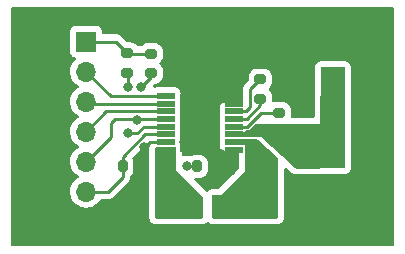
<source format=gbr>
%TF.GenerationSoftware,KiCad,Pcbnew,7.0.1*%
%TF.CreationDate,2023-05-06T21:47:35-07:00*%
%TF.ProjectId,MAGNETORQUERS,4d41474e-4554-44f5-9251-554552532e6b,rev?*%
%TF.SameCoordinates,Original*%
%TF.FileFunction,Copper,L1,Top*%
%TF.FilePolarity,Positive*%
%FSLAX46Y46*%
G04 Gerber Fmt 4.6, Leading zero omitted, Abs format (unit mm)*
G04 Created by KiCad (PCBNEW 7.0.1) date 2023-05-06 21:47:35*
%MOMM*%
%LPD*%
G01*
G04 APERTURE LIST*
G04 Aperture macros list*
%AMRoundRect*
0 Rectangle with rounded corners*
0 $1 Rounding radius*
0 $2 $3 $4 $5 $6 $7 $8 $9 X,Y pos of 4 corners*
0 Add a 4 corners polygon primitive as box body*
4,1,4,$2,$3,$4,$5,$6,$7,$8,$9,$2,$3,0*
0 Add four circle primitives for the rounded corners*
1,1,$1+$1,$2,$3*
1,1,$1+$1,$4,$5*
1,1,$1+$1,$6,$7*
1,1,$1+$1,$8,$9*
0 Add four rect primitives between the rounded corners*
20,1,$1+$1,$2,$3,$4,$5,0*
20,1,$1+$1,$4,$5,$6,$7,0*
20,1,$1+$1,$6,$7,$8,$9,0*
20,1,$1+$1,$8,$9,$2,$3,0*%
G04 Aperture macros list end*
%TA.AperFunction,ComponentPad*%
%ADD10R,1.700000X1.700000*%
%TD*%
%TA.AperFunction,SMDPad,CuDef*%
%ADD11RoundRect,0.200000X0.275000X-0.200000X0.275000X0.200000X-0.275000X0.200000X-0.275000X-0.200000X0*%
%TD*%
%TA.AperFunction,SMDPad,CuDef*%
%ADD12RoundRect,0.200000X-0.200000X-0.275000X0.200000X-0.275000X0.200000X0.275000X-0.200000X0.275000X0*%
%TD*%
%TA.AperFunction,ComponentPad*%
%ADD13O,1.700000X1.700000*%
%TD*%
%TA.AperFunction,SMDPad,CuDef*%
%ADD14RoundRect,0.027000X-0.723000X-0.198000X0.723000X-0.198000X0.723000X0.198000X-0.723000X0.198000X0*%
%TD*%
%TA.AperFunction,ComponentPad*%
%ADD15C,0.450000*%
%TD*%
%TA.AperFunction,SMDPad,CuDef*%
%ADD16R,3.400000X5.000000*%
%TD*%
%TA.AperFunction,ViaPad*%
%ADD17C,0.800000*%
%TD*%
%TA.AperFunction,Conductor*%
%ADD18C,0.250000*%
%TD*%
G04 APERTURE END LIST*
D10*
%TO.P,VM1,1*%
%TO.N,Net-(BULKCAP1-IN)*%
X151384000Y-88392000D03*
%TD*%
D11*
%TO.P,16k,1*%
%TO.N,Net-(U1-VREF)*%
X134050000Y-81875000D03*
%TO.P,16k,2*%
%TO.N,Net-(STM1-Vcc)*%
X134050000Y-80225000D03*
%TD*%
%TO.P,0.1uF,1*%
%TO.N,Net-(BULKCAP1-IN)*%
X146900000Y-86925000D03*
%TO.P,0.1uF,2*%
%TO.N,Net-(U1-VCP)*%
X146900000Y-85275000D03*
%TD*%
%TO.P,10k,1*%
%TO.N,Net-(U1-~{NFAULT})*%
X136050000Y-81925000D03*
%TO.P,10k,2*%
%TO.N,Net-(STM1-Vcc)*%
X136050000Y-80275000D03*
%TD*%
D12*
%TO.P,2.5kOhms,1*%
%TO.N,Net-(STM1-ADC)*%
X133642600Y-89789000D03*
%TO.P,2.5kOhms,2*%
%TO.N,Earth*%
X135292600Y-89789000D03*
%TD*%
%TO.P,50kOhms,1*%
%TO.N,Net-(U1-VREF)*%
X139975000Y-89825000D03*
%TO.P,50kOhms,2*%
%TO.N,Earth*%
X141625000Y-89825000D03*
%TD*%
D10*
%TO.P,STM,1,Vcc*%
%TO.N,Net-(STM1-Vcc)*%
X130556000Y-79248000D03*
D13*
%TO.P,STM,2,PWM*%
%TO.N,Net-(STM1-PWM)*%
X130556000Y-81788000D03*
%TO.P,STM,3,I/O*%
%TO.N,Net-(U1-PH{slash}IN2)*%
X130556000Y-84328000D03*
%TO.P,STM,4,I/O*%
%TO.N,Net-(U1-NSLEEP)*%
X130556000Y-86868000D03*
%TO.P,STM,5,I/O*%
%TO.N,Net-(U1-~{NFAULT})*%
X130556000Y-89408000D03*
%TO.P,STM,6,ADC*%
%TO.N,Net-(STM1-ADC)*%
X130556000Y-91948000D03*
%TO.P,STM,7,GND*%
%TO.N,Earth*%
X130556000Y-94488000D03*
%TD*%
D14*
%TO.P,U1,1,EN/IN1*%
%TO.N,Net-(STM1-PWM)*%
X137292000Y-83853000D03*
%TO.P,U1,2,PH/IN2*%
%TO.N,Net-(U1-PH{slash}IN2)*%
X137292000Y-84503000D03*
%TO.P,U1,3,NSLEEP*%
%TO.N,Net-(U1-NSLEEP)*%
X137292000Y-85153000D03*
%TO.P,U1,4,~{NFAULT}*%
%TO.N,Net-(U1-~{NFAULT})*%
X137292000Y-85803000D03*
%TO.P,U1,5,VREF*%
%TO.N,Net-(U1-VREF)*%
X137292000Y-86453000D03*
%TO.P,U1,6,IPROPI*%
%TO.N,Net-(STM1-ADC)*%
X137292000Y-87103000D03*
%TO.P,U1,7,IMODE*%
%TO.N,Earth*%
X137292000Y-87753000D03*
%TO.P,U1,8,OUT1*%
%TO.N,Net-(MAGNETORQUER1-SIDE1)*%
X137292000Y-88403000D03*
%TO.P,U1,9,PGND*%
%TO.N,Earth*%
X143092000Y-88403000D03*
%TO.P,U1,10,OUT2*%
%TO.N,Net-(MAGNETORQUER1-SIDE2)*%
X143092000Y-87753000D03*
%TO.P,U1,11,VM*%
%TO.N,Net-(BULKCAP1-IN)*%
X143092000Y-87103000D03*
%TO.P,U1,12,VCP*%
%TO.N,Net-(U1-VCP)*%
X143092000Y-86453000D03*
%TO.P,U1,13,CPH*%
%TO.N,Net-(U1-CPH)*%
X143092000Y-85803000D03*
%TO.P,U1,14,CPL*%
%TO.N,Net-(U1-CPL)*%
X143092000Y-85153000D03*
%TO.P,U1,15,GND*%
%TO.N,Earth*%
X143092000Y-84503000D03*
D15*
%TO.P,U1,16,PMODE*%
X139192000Y-84328000D03*
X139192000Y-85528000D03*
X139192000Y-86728000D03*
X139192000Y-87928000D03*
X140192000Y-84328000D03*
X140192000Y-85528000D03*
D16*
X140192000Y-86128000D03*
D15*
X140192000Y-86728000D03*
X140192000Y-87928000D03*
X141192000Y-84328000D03*
X141192000Y-85528000D03*
X141192000Y-86728000D03*
X141192000Y-87928000D03*
D14*
X143092000Y-83853000D03*
%TD*%
D10*
%TO.P,BULKCAP1,1,IN*%
%TO.N,Net-(BULKCAP1-IN)*%
X151440000Y-82675000D03*
D13*
%TO.P,BULKCAP1,2,OUT*%
%TO.N,Earth*%
X148900000Y-82675000D03*
%TD*%
D11*
%TO.P,0.1uF,1*%
%TO.N,Net-(BULKCAP1-IN)*%
X148500000Y-86925000D03*
%TO.P,0.1uF,2*%
%TO.N,Earth*%
X148500000Y-85275000D03*
%TD*%
%TO.P,0.022uF,1*%
%TO.N,Net-(U1-CPH)*%
X145300000Y-84100000D03*
%TO.P,0.022uF,2*%
%TO.N,Net-(U1-CPL)*%
X145300000Y-82450000D03*
%TD*%
D10*
%TO.P,MAGN,1,SIDE1*%
%TO.N,Net-(MAGNETORQUER1-SIDE1)*%
X139568000Y-93268800D03*
D13*
%TO.P,MAGN,2,SIDE2*%
%TO.N,Net-(MAGNETORQUER1-SIDE2)*%
X142108000Y-93268800D03*
%TD*%
D17*
%TO.N,Earth*%
X140550000Y-91150000D03*
X141550000Y-91150000D03*
X137800000Y-82400000D03*
X135300000Y-91300000D03*
X142850000Y-90200000D03*
X135475000Y-88200000D03*
X142850000Y-89300000D03*
X148000000Y-92200000D03*
X146900000Y-83475000D03*
X148000000Y-91100000D03*
X143000000Y-82600000D03*
%TO.N,Net-(U1-VREF)*%
X134075000Y-87020400D03*
X134075000Y-83075000D03*
X139100000Y-89825000D03*
%TO.N,Net-(U1-~{NFAULT})*%
X134874000Y-85877500D03*
X135225000Y-83100000D03*
%TD*%
D18*
%TO.N,Net-(U1-CPH)*%
X144147000Y-85803000D02*
X145300000Y-84650000D01*
X145300000Y-84650000D02*
X145300000Y-84100000D01*
X143092000Y-85803000D02*
X144147000Y-85803000D01*
%TO.N,Net-(U1-CPL)*%
X145300000Y-82450000D02*
X144450000Y-83300000D01*
X144450000Y-84750000D02*
X144047000Y-85153000D01*
X144047000Y-85153000D02*
X143092000Y-85153000D01*
X144450000Y-83300000D02*
X144450000Y-84750000D01*
%TO.N,Net-(BULKCAP1-IN)*%
X151440000Y-88336000D02*
X151384000Y-88392000D01*
X151384000Y-82731000D02*
X151440000Y-82675000D01*
%TO.N,Earth*%
X135475000Y-88934000D02*
X135475000Y-88200000D01*
X135292600Y-89116400D02*
X135475000Y-88934000D01*
X143100000Y-88411000D02*
X143092000Y-88403000D01*
X135922000Y-87753000D02*
X137292000Y-87753000D01*
X135292600Y-89789000D02*
X135292600Y-89116400D01*
X135475000Y-88200000D02*
X135922000Y-87753000D01*
%TO.N,Net-(U1-VCP)*%
X143092000Y-86453000D02*
X143095000Y-86450000D01*
X144200000Y-86450000D02*
X145375000Y-85275000D01*
X145375000Y-85275000D02*
X146900000Y-85275000D01*
X143095000Y-86450000D02*
X144200000Y-86450000D01*
%TO.N,Net-(STM1-Vcc)*%
X133073000Y-79248000D02*
X130556000Y-79248000D01*
X134100000Y-80275000D02*
X134050000Y-80225000D01*
X136050000Y-80275000D02*
X134100000Y-80275000D01*
X134050000Y-80225000D02*
X133073000Y-79248000D01*
%TO.N,Net-(U1-VREF)*%
X135441400Y-86453000D02*
X137292000Y-86453000D01*
X134874000Y-87020400D02*
X135441400Y-86453000D01*
X134075000Y-83075000D02*
X134075000Y-81900000D01*
X134075000Y-81900000D02*
X134050000Y-81875000D01*
X139100000Y-89825000D02*
X139975000Y-89825000D01*
X134075000Y-87020400D02*
X134874000Y-87020400D01*
%TO.N,Net-(STM1-ADC)*%
X132410200Y-91948000D02*
X130556000Y-91948000D01*
X137292000Y-87103000D02*
X135546695Y-87103000D01*
X133642600Y-89007095D02*
X133642600Y-89789000D01*
X135546695Y-87103000D02*
X133642600Y-89007095D01*
X133642600Y-89789000D02*
X133642600Y-90715600D01*
X133642600Y-90715600D02*
X132410200Y-91948000D01*
%TO.N,Net-(STM1-PWM)*%
X130556000Y-81788000D02*
X132621000Y-83853000D01*
X132621000Y-83853000D02*
X137292000Y-83853000D01*
%TO.N,Net-(U1-~{NFAULT})*%
X132650000Y-86150000D02*
X132997000Y-85803000D01*
X130556000Y-89408000D02*
X132650000Y-87314000D01*
X136050000Y-81925000D02*
X136050000Y-82275000D01*
X132997000Y-85803000D02*
X137292000Y-85803000D01*
X136050000Y-82275000D02*
X135225000Y-83100000D01*
X132650000Y-87314000D02*
X132650000Y-86150000D01*
%TO.N,Net-(U1-PH{slash}IN2)*%
X130556000Y-84328000D02*
X130731000Y-84503000D01*
X130731000Y-84503000D02*
X137292000Y-84503000D01*
%TO.N,Net-(U1-NSLEEP)*%
X130556000Y-86868000D02*
X132271000Y-85153000D01*
X132271000Y-85153000D02*
X137292000Y-85153000D01*
%TD*%
%TA.AperFunction,Conductor*%
%TO.N,Net-(MAGNETORQUER1-SIDE2)*%
G36*
X145046665Y-87534524D02*
G01*
X145085634Y-87558924D01*
X146772150Y-89117181D01*
X146801601Y-89158551D01*
X146812000Y-89208257D01*
X146812000Y-94110000D01*
X146795387Y-94172000D01*
X146750000Y-94217387D01*
X146688000Y-94234000D01*
X141348000Y-94234000D01*
X141286000Y-94217387D01*
X141240613Y-94172000D01*
X141224000Y-94110000D01*
X141224000Y-92326000D01*
X141240613Y-92264000D01*
X141286000Y-92218613D01*
X141348000Y-92202000D01*
X141986000Y-92202000D01*
X144018000Y-90170000D01*
X144018000Y-88744292D01*
X144023339Y-88708299D01*
X144027264Y-88699999D01*
X144042500Y-88623407D01*
X144042500Y-88182593D01*
X144029300Y-88116234D01*
X143979018Y-88040981D01*
X143903765Y-87990699D01*
X143837407Y-87977500D01*
X143837406Y-87977500D01*
X142618000Y-87977500D01*
X142556000Y-87960887D01*
X142510613Y-87915500D01*
X142494000Y-87853500D01*
X142494000Y-87652500D01*
X142510613Y-87590500D01*
X142556000Y-87545113D01*
X142618000Y-87528500D01*
X143837407Y-87528500D01*
X143837995Y-87528383D01*
X143862187Y-87526000D01*
X145001484Y-87526000D01*
X145046665Y-87534524D01*
G37*
%TD.AperFunction*%
%TD*%
%TA.AperFunction,Conductor*%
%TO.N,Net-(BULKCAP1-IN)*%
G36*
X152386082Y-81423436D02*
G01*
X152447440Y-81440587D01*
X152492182Y-81485942D01*
X152508499Y-81547527D01*
X152501701Y-89868530D01*
X152485093Y-89930421D01*
X152439805Y-89975756D01*
X152377931Y-89992429D01*
X148349064Y-89999908D01*
X148303425Y-89991294D01*
X148264156Y-89966493D01*
X147149993Y-88924993D01*
X145375000Y-87325000D01*
X145055398Y-87325000D01*
X145043855Y-87324462D01*
X145039587Y-87324062D01*
X145039582Y-87324062D01*
X145001484Y-87320500D01*
X143862187Y-87320500D01*
X143842042Y-87321490D01*
X143842031Y-87321491D01*
X143842032Y-87321491D01*
X143832773Y-87322403D01*
X143820619Y-87323000D01*
X142799000Y-87323000D01*
X142737000Y-87306387D01*
X142691613Y-87261000D01*
X142675000Y-87199000D01*
X142675000Y-87002500D01*
X142691613Y-86940500D01*
X142737000Y-86895113D01*
X142799000Y-86878500D01*
X143837403Y-86878500D01*
X143837406Y-86878500D01*
X143876407Y-86870742D01*
X143899898Y-86868364D01*
X143967200Y-86868000D01*
X144035046Y-86807172D01*
X144073507Y-86783689D01*
X144117821Y-86775500D01*
X144180373Y-86775500D01*
X144191180Y-86775971D01*
X144228807Y-86779264D01*
X144265324Y-86769478D01*
X144275830Y-86767149D01*
X144313045Y-86760588D01*
X144313047Y-86760586D01*
X144314112Y-86760399D01*
X144338799Y-86750173D01*
X144339682Y-86749554D01*
X144339684Y-86749554D01*
X144370625Y-86727887D01*
X144379722Y-86722091D01*
X144412455Y-86703194D01*
X144436748Y-86674241D01*
X144444035Y-86666289D01*
X144865296Y-86245029D01*
X144905776Y-86218046D01*
X144953522Y-86208714D01*
X150393400Y-86233000D01*
X150397899Y-81530293D01*
X150411291Y-81474363D01*
X150448478Y-81430489D01*
X150501458Y-81408111D01*
X150539070Y-81401826D01*
X150561078Y-81400141D01*
X152386082Y-81423436D01*
G37*
%TD.AperFunction*%
%TD*%
%TA.AperFunction,Conductor*%
%TO.N,Earth*%
G36*
X156537500Y-76367113D02*
G01*
X156582887Y-76412500D01*
X156599500Y-76474500D01*
X156599500Y-96475500D01*
X156582887Y-96537500D01*
X156537500Y-96582887D01*
X156475500Y-96599500D01*
X124324500Y-96599500D01*
X124262500Y-96582887D01*
X124217113Y-96537500D01*
X124200500Y-96475500D01*
X124200500Y-91947999D01*
X129200340Y-91947999D01*
X129220936Y-92183407D01*
X129265709Y-92350502D01*
X129282097Y-92411663D01*
X129381965Y-92625830D01*
X129517505Y-92819401D01*
X129684599Y-92986495D01*
X129878170Y-93122035D01*
X130092337Y-93221903D01*
X130320592Y-93283063D01*
X130556000Y-93303659D01*
X130791408Y-93283063D01*
X131019663Y-93221903D01*
X131233830Y-93122035D01*
X131427401Y-92986495D01*
X131594495Y-92819401D01*
X131729653Y-92626374D01*
X131773970Y-92587511D01*
X131831227Y-92573500D01*
X132327456Y-92573500D01*
X132347962Y-92575764D01*
X132350865Y-92575672D01*
X132350867Y-92575673D01*
X132418072Y-92573561D01*
X132421968Y-92573500D01*
X132449549Y-92573500D01*
X132449550Y-92573500D01*
X132453519Y-92572998D01*
X132465165Y-92572080D01*
X132508827Y-92570709D01*
X132528059Y-92565120D01*
X132547118Y-92561174D01*
X132553396Y-92560381D01*
X132566992Y-92558664D01*
X132607607Y-92542582D01*
X132618644Y-92538803D01*
X132660590Y-92526618D01*
X132677829Y-92516422D01*
X132695302Y-92507862D01*
X132713932Y-92500486D01*
X132749264Y-92474814D01*
X132759030Y-92468400D01*
X132796618Y-92446171D01*
X132796617Y-92446171D01*
X132796620Y-92446170D01*
X132810785Y-92432004D01*
X132825573Y-92419373D01*
X132841787Y-92407594D01*
X132869638Y-92373926D01*
X132877479Y-92365309D01*
X134026386Y-91216402D01*
X134042487Y-91203504D01*
X134044474Y-91201387D01*
X134044477Y-91201386D01*
X134090532Y-91152341D01*
X134093213Y-91149576D01*
X134112720Y-91130070D01*
X134115181Y-91126895D01*
X134122752Y-91118031D01*
X134152662Y-91086182D01*
X134162312Y-91068627D01*
X134173000Y-91052357D01*
X134185273Y-91036536D01*
X134202622Y-90996441D01*
X134207757Y-90985962D01*
X134228796Y-90947693D01*
X134228797Y-90947692D01*
X134233778Y-90928290D01*
X134240078Y-90909887D01*
X134248038Y-90891495D01*
X134254870Y-90848348D01*
X134257239Y-90836915D01*
X134268100Y-90794620D01*
X134268100Y-90774584D01*
X134269627Y-90755185D01*
X134271481Y-90743478D01*
X134272760Y-90735404D01*
X134268672Y-90692163D01*
X134275453Y-90638494D01*
X134304439Y-90592817D01*
X134398072Y-90499185D01*
X134486078Y-90353606D01*
X134536686Y-90191196D01*
X134543100Y-90120616D01*
X134543100Y-89457384D01*
X134536686Y-89386804D01*
X134486078Y-89224394D01*
X134486076Y-89224390D01*
X134469955Y-89197722D01*
X134452700Y-89146037D01*
X134459268Y-89091945D01*
X134488389Y-89045894D01*
X135769466Y-87764819D01*
X135809695Y-87737939D01*
X135857148Y-87728500D01*
X135919286Y-87728500D01*
X135984982Y-87747333D01*
X136030722Y-87798112D01*
X136042612Y-87865412D01*
X136017041Y-87928786D01*
X136013250Y-87933644D01*
X136011396Y-87936020D01*
X135952938Y-88030891D01*
X135916690Y-88136255D01*
X135904782Y-88189281D01*
X135892500Y-88300033D01*
X135892500Y-94110001D01*
X135909724Y-94240830D01*
X135926339Y-94302838D01*
X135976836Y-94424749D01*
X136057170Y-94529442D01*
X136102557Y-94574829D01*
X136207249Y-94655162D01*
X136207250Y-94655163D01*
X136329166Y-94705662D01*
X136391166Y-94722275D01*
X136489291Y-94735193D01*
X136521999Y-94739500D01*
X136522000Y-94739500D01*
X140338000Y-94739500D01*
X140338001Y-94739500D01*
X140364166Y-94736055D01*
X140468834Y-94722275D01*
X140530834Y-94705662D01*
X140652750Y-94655163D01*
X140707645Y-94613040D01*
X140763890Y-94569882D01*
X140765020Y-94571354D01*
X140810901Y-94544860D01*
X140875099Y-94544860D01*
X140920979Y-94571354D01*
X140922110Y-94569882D01*
X141033249Y-94655162D01*
X141033250Y-94655163D01*
X141155166Y-94705662D01*
X141217166Y-94722275D01*
X141315291Y-94735193D01*
X141347999Y-94739500D01*
X141348000Y-94739500D01*
X146688000Y-94739500D01*
X146688001Y-94739500D01*
X146714166Y-94736055D01*
X146818834Y-94722275D01*
X146880834Y-94705662D01*
X147002750Y-94655163D01*
X147107442Y-94574829D01*
X147152829Y-94529442D01*
X147233163Y-94424750D01*
X147283662Y-94302834D01*
X147300275Y-94240834D01*
X147317500Y-94110000D01*
X147317500Y-90059195D01*
X147330638Y-90003646D01*
X147367269Y-89959868D01*
X147419630Y-89937139D01*
X147476626Y-89940274D01*
X147526176Y-89968609D01*
X147918958Y-90335774D01*
X147994226Y-90393890D01*
X148024939Y-90413287D01*
X148033498Y-90418693D01*
X148118309Y-90461680D01*
X148209661Y-90488022D01*
X148209669Y-90488023D01*
X148209671Y-90488024D01*
X148255310Y-90496638D01*
X148350002Y-90505407D01*
X148350002Y-90505406D01*
X148350003Y-90505407D01*
X152378873Y-90497928D01*
X152465926Y-90486321D01*
X152509455Y-90480519D01*
X152571329Y-90463846D01*
X152692978Y-90413287D01*
X152797433Y-90333013D01*
X152842721Y-90287678D01*
X152889102Y-90227196D01*
X152922887Y-90183140D01*
X152922888Y-90183138D01*
X152973320Y-90061433D01*
X152989928Y-89999542D01*
X153007201Y-89868943D01*
X153013999Y-81547940D01*
X153013981Y-81547804D01*
X152997139Y-81418061D01*
X152980822Y-81356476D01*
X152953505Y-81289813D01*
X152931166Y-81235297D01*
X152852048Y-81130940D01*
X152807306Y-81085585D01*
X152704026Y-81005049D01*
X152646296Y-80980472D01*
X152583522Y-80953747D01*
X152522163Y-80936596D01*
X152392537Y-80917977D01*
X151782084Y-80910185D01*
X150567530Y-80894682D01*
X150567527Y-80894682D01*
X150567523Y-80894682D01*
X150522487Y-80896116D01*
X150500494Y-80897799D01*
X150455739Y-80903241D01*
X150418148Y-80909522D01*
X150304766Y-80942447D01*
X150251791Y-80964823D01*
X150149162Y-81023131D01*
X150062859Y-81103643D01*
X150025674Y-81147514D01*
X150025672Y-81147516D01*
X150025672Y-81147517D01*
X149967397Y-81235297D01*
X149960386Y-81245857D01*
X149919686Y-81356652D01*
X149906295Y-81412579D01*
X149892399Y-81529809D01*
X149888504Y-85600804D01*
X149871759Y-85662913D01*
X149826150Y-85708276D01*
X149763950Y-85724684D01*
X147993898Y-85716781D01*
X147928923Y-85698053D01*
X147883435Y-85648019D01*
X147870961Y-85581559D01*
X147875500Y-85531617D01*
X147875500Y-85018383D01*
X147869086Y-84947806D01*
X147869086Y-84947804D01*
X147818478Y-84785394D01*
X147730472Y-84639815D01*
X147730471Y-84639813D01*
X147610186Y-84519528D01*
X147522179Y-84466326D01*
X147464606Y-84431522D01*
X147316241Y-84385290D01*
X147302193Y-84380913D01*
X147231617Y-84374500D01*
X147231616Y-84374500D01*
X146568384Y-84374500D01*
X146568383Y-84374500D01*
X146497802Y-84380914D01*
X146436390Y-84400051D01*
X146378993Y-84403959D01*
X146326010Y-84381542D01*
X146288846Y-84337627D01*
X146275500Y-84281666D01*
X146275500Y-83843383D01*
X146269086Y-83772806D01*
X146269086Y-83772804D01*
X146218478Y-83610394D01*
X146130472Y-83464815D01*
X146130471Y-83464813D01*
X146028339Y-83362681D01*
X145996245Y-83307094D01*
X145996245Y-83242906D01*
X146028339Y-83187319D01*
X146130471Y-83085186D01*
X146130472Y-83085185D01*
X146218478Y-82939606D01*
X146269086Y-82777196D01*
X146275500Y-82706616D01*
X146275500Y-82193384D01*
X146269086Y-82122804D01*
X146218478Y-81960394D01*
X146130472Y-81814815D01*
X146130471Y-81814813D01*
X146010186Y-81694528D01*
X145884226Y-81618383D01*
X145864606Y-81606522D01*
X145702196Y-81555914D01*
X145702193Y-81555913D01*
X145631617Y-81549500D01*
X145631616Y-81549500D01*
X144968384Y-81549500D01*
X144968383Y-81549500D01*
X144897806Y-81555913D01*
X144816598Y-81581218D01*
X144735394Y-81606522D01*
X144735392Y-81606522D01*
X144735392Y-81606523D01*
X144589813Y-81694528D01*
X144469528Y-81814813D01*
X144381523Y-81960392D01*
X144381522Y-81960394D01*
X144356218Y-82041598D01*
X144330913Y-82122806D01*
X144324500Y-82193383D01*
X144324500Y-82489547D01*
X144315061Y-82537000D01*
X144288183Y-82577225D01*
X144096932Y-82768476D01*
X144066208Y-82799200D01*
X144050109Y-82812097D01*
X144002096Y-82863225D01*
X143999391Y-82866017D01*
X143979874Y-82885534D01*
X143977415Y-82888705D01*
X143969842Y-82897572D01*
X143939935Y-82929420D01*
X143930285Y-82946974D01*
X143919609Y-82963228D01*
X143907326Y-82979063D01*
X143889975Y-83019158D01*
X143884838Y-83029644D01*
X143863802Y-83067907D01*
X143858821Y-83087309D01*
X143852520Y-83105711D01*
X143844561Y-83124102D01*
X143837728Y-83167242D01*
X143835360Y-83178674D01*
X143824500Y-83220978D01*
X143824500Y-83241016D01*
X143822973Y-83260415D01*
X143819840Y-83280194D01*
X143823950Y-83323675D01*
X143824500Y-83335344D01*
X143824500Y-84303500D01*
X143807887Y-84365500D01*
X143762500Y-84410887D01*
X143700500Y-84427500D01*
X142327708Y-84427500D01*
X142242930Y-84437680D01*
X142108037Y-84490876D01*
X141992494Y-84578494D01*
X141904875Y-84694037D01*
X141851679Y-84828933D01*
X141841500Y-84913700D01*
X141841500Y-85392292D01*
X141850017Y-85463218D01*
X141850016Y-85492784D01*
X141841500Y-85563700D01*
X141841500Y-86042292D01*
X141850017Y-86113218D01*
X141850016Y-86142784D01*
X141841500Y-86213700D01*
X141841500Y-86692292D01*
X141850017Y-86763218D01*
X141850016Y-86792784D01*
X141841500Y-86863700D01*
X141841500Y-87342292D01*
X141850017Y-87413218D01*
X141850016Y-87442784D01*
X141841500Y-87513700D01*
X141841500Y-87992290D01*
X141851680Y-88077069D01*
X141904876Y-88211962D01*
X141904877Y-88211964D01*
X141921561Y-88233965D01*
X141992494Y-88327505D01*
X142108037Y-88415124D01*
X142242929Y-88468319D01*
X142242931Y-88468319D01*
X142242933Y-88468320D01*
X142327705Y-88478500D01*
X142575688Y-88478499D01*
X142591875Y-88479559D01*
X142618000Y-88483000D01*
X143402314Y-88483000D01*
X143456018Y-88495233D01*
X143499126Y-88529519D01*
X143523133Y-88579092D01*
X143523285Y-88629508D01*
X143523980Y-88629611D01*
X143517971Y-88670121D01*
X143512500Y-88744292D01*
X143512500Y-89909254D01*
X143503061Y-89956707D01*
X143476181Y-89996935D01*
X141812935Y-91660181D01*
X141772707Y-91687061D01*
X141725254Y-91696500D01*
X141347999Y-91696500D01*
X141217169Y-91713724D01*
X141155161Y-91730339D01*
X141033250Y-91780836D01*
X140928557Y-91861170D01*
X140883169Y-91906558D01*
X140858213Y-91939081D01*
X140802248Y-91980115D01*
X140733000Y-91984654D01*
X140672158Y-91951274D01*
X139733065Y-91012181D01*
X139702815Y-90962818D01*
X139698273Y-90905102D01*
X139720428Y-90851615D01*
X139764451Y-90814015D01*
X139820746Y-90800500D01*
X140231617Y-90800500D01*
X140249260Y-90798896D01*
X140302196Y-90794086D01*
X140464606Y-90743478D01*
X140610185Y-90655472D01*
X140730472Y-90535185D01*
X140818478Y-90389606D01*
X140869086Y-90227196D01*
X140875500Y-90156616D01*
X140875500Y-89493384D01*
X140869086Y-89422804D01*
X140818478Y-89260394D01*
X140730472Y-89114815D01*
X140730471Y-89114813D01*
X140610186Y-88994528D01*
X140492122Y-88923156D01*
X140464606Y-88906522D01*
X140302196Y-88855914D01*
X140302193Y-88855913D01*
X140231617Y-88849500D01*
X140231616Y-88849500D01*
X139718384Y-88849500D01*
X139718383Y-88849500D01*
X139647806Y-88855913D01*
X139485390Y-88906523D01*
X139429720Y-88940177D01*
X139386201Y-88956332D01*
X139339791Y-88955350D01*
X139194649Y-88924500D01*
X139194646Y-88924500D01*
X139005354Y-88924500D01*
X139005351Y-88924500D01*
X138831280Y-88961499D01*
X138776552Y-88960783D01*
X138727464Y-88936575D01*
X138693579Y-88893592D01*
X138681500Y-88840209D01*
X138681500Y-88302022D01*
X138671512Y-88211964D01*
X138669216Y-88191264D01*
X138657309Y-88138243D01*
X138621050Y-88032857D01*
X138562580Y-87937977D01*
X138529144Y-87895139D01*
X138506459Y-87871894D01*
X138441705Y-87805540D01*
X138442608Y-87804657D01*
X138408732Y-87766056D01*
X138397211Y-87699990D01*
X138421771Y-87637592D01*
X138479123Y-87561964D01*
X138532320Y-87427067D01*
X138542500Y-87342295D01*
X138542499Y-86863706D01*
X138533982Y-86792774D01*
X138533982Y-86763218D01*
X138542500Y-86692295D01*
X138542499Y-86213706D01*
X138533982Y-86142774D01*
X138533982Y-86113218D01*
X138542500Y-86042295D01*
X138542499Y-85563706D01*
X138533982Y-85492774D01*
X138533982Y-85463218D01*
X138542500Y-85392295D01*
X138542499Y-84913706D01*
X138533982Y-84842774D01*
X138533982Y-84813218D01*
X138542500Y-84742295D01*
X138542499Y-84263706D01*
X138533982Y-84192774D01*
X138533982Y-84163218D01*
X138542500Y-84092295D01*
X138542499Y-83613706D01*
X138532320Y-83528933D01*
X138479123Y-83394036D01*
X138425766Y-83323675D01*
X138391505Y-83278494D01*
X138275962Y-83190875D01*
X138141066Y-83137679D01*
X138056299Y-83127500D01*
X136527708Y-83127500D01*
X136442931Y-83137680D01*
X136385445Y-83160350D01*
X136318886Y-83167192D01*
X136258462Y-83138455D01*
X136221766Y-83082506D01*
X136219482Y-83015636D01*
X136252273Y-82957316D01*
X136352594Y-82856995D01*
X136387681Y-82832384D01*
X136429043Y-82821189D01*
X136452196Y-82819086D01*
X136614606Y-82768478D01*
X136760185Y-82680472D01*
X136880472Y-82560185D01*
X136968478Y-82414606D01*
X137019086Y-82252196D01*
X137024463Y-82193024D01*
X137025500Y-82181617D01*
X137025500Y-81668383D01*
X137019086Y-81597806D01*
X137019086Y-81597804D01*
X136968478Y-81435394D01*
X136880472Y-81289815D01*
X136880471Y-81289813D01*
X136778339Y-81187681D01*
X136746245Y-81132094D01*
X136746245Y-81067906D01*
X136778339Y-81012319D01*
X136880471Y-80910186D01*
X136880472Y-80910185D01*
X136968478Y-80764606D01*
X137019086Y-80602196D01*
X137025500Y-80531616D01*
X137025500Y-80018384D01*
X137019086Y-79947804D01*
X136968478Y-79785394D01*
X136880472Y-79639815D01*
X136880471Y-79639813D01*
X136760186Y-79519528D01*
X136672179Y-79466326D01*
X136614606Y-79431522D01*
X136466241Y-79385290D01*
X136452193Y-79380913D01*
X136381617Y-79374500D01*
X136381616Y-79374500D01*
X135718384Y-79374500D01*
X135718383Y-79374500D01*
X135647806Y-79380913D01*
X135566598Y-79406218D01*
X135485394Y-79431522D01*
X135485392Y-79431522D01*
X135485392Y-79431523D01*
X135339813Y-79519528D01*
X135246161Y-79613181D01*
X135205933Y-79640061D01*
X135158480Y-79649500D01*
X134986489Y-79649500D01*
X134925572Y-79633505D01*
X134891314Y-79600265D01*
X134891119Y-79600461D01*
X134760186Y-79469528D01*
X134672179Y-79416326D01*
X134614606Y-79381522D01*
X134452196Y-79330914D01*
X134452193Y-79330913D01*
X134381617Y-79324500D01*
X134381616Y-79324500D01*
X134085452Y-79324500D01*
X134037999Y-79315061D01*
X133997771Y-79288181D01*
X133573802Y-78864211D01*
X133560906Y-78848113D01*
X133509775Y-78800098D01*
X133506978Y-78797387D01*
X133487470Y-78777879D01*
X133484290Y-78775412D01*
X133475424Y-78767839D01*
X133443582Y-78737938D01*
X133426024Y-78728285D01*
X133409764Y-78717604D01*
X133393936Y-78705327D01*
X133353851Y-78687980D01*
X133343361Y-78682841D01*
X133305091Y-78661802D01*
X133285691Y-78656821D01*
X133267284Y-78650519D01*
X133248897Y-78642562D01*
X133205758Y-78635729D01*
X133194324Y-78633361D01*
X133152019Y-78622500D01*
X133131984Y-78622500D01*
X133112586Y-78620973D01*
X133105162Y-78619797D01*
X133092805Y-78617840D01*
X133092804Y-78617840D01*
X133059751Y-78620964D01*
X133049325Y-78621950D01*
X133037656Y-78622500D01*
X132030499Y-78622500D01*
X131968499Y-78605887D01*
X131923112Y-78560500D01*
X131906499Y-78498500D01*
X131906499Y-78350130D01*
X131906499Y-78350127D01*
X131900091Y-78290517D01*
X131849796Y-78155669D01*
X131763546Y-78040454D01*
X131648331Y-77954204D01*
X131513483Y-77903909D01*
X131453873Y-77897500D01*
X131453869Y-77897500D01*
X129658130Y-77897500D01*
X129598515Y-77903909D01*
X129463669Y-77954204D01*
X129348454Y-78040454D01*
X129262204Y-78155668D01*
X129211909Y-78290516D01*
X129205500Y-78350130D01*
X129205500Y-80145869D01*
X129211909Y-80205483D01*
X129262204Y-80340331D01*
X129348454Y-80455546D01*
X129463669Y-80541796D01*
X129575907Y-80583658D01*
X129595082Y-80590810D01*
X129645462Y-80625789D01*
X129672915Y-80680634D01*
X129670726Y-80741926D01*
X129639431Y-80794673D01*
X129517503Y-80916601D01*
X129381965Y-81110170D01*
X129282097Y-81324336D01*
X129220936Y-81552592D01*
X129200340Y-81787999D01*
X129220936Y-82023407D01*
X129247570Y-82122806D01*
X129282097Y-82251663D01*
X129381965Y-82465830D01*
X129517505Y-82659401D01*
X129684599Y-82826495D01*
X129870160Y-82956426D01*
X129909024Y-83000743D01*
X129923035Y-83058000D01*
X129909024Y-83115257D01*
X129870158Y-83159575D01*
X129700325Y-83278494D01*
X129684595Y-83289508D01*
X129517505Y-83456598D01*
X129381965Y-83650170D01*
X129282097Y-83864336D01*
X129220936Y-84092592D01*
X129200340Y-84327999D01*
X129220936Y-84563407D01*
X129265709Y-84730502D01*
X129282097Y-84791663D01*
X129381965Y-85005830D01*
X129517505Y-85199401D01*
X129684599Y-85366495D01*
X129870160Y-85496426D01*
X129909024Y-85540743D01*
X129923035Y-85598000D01*
X129909024Y-85655257D01*
X129870159Y-85699575D01*
X129684595Y-85829508D01*
X129517505Y-85996598D01*
X129381965Y-86190170D01*
X129282097Y-86404336D01*
X129220936Y-86632592D01*
X129200340Y-86868000D01*
X129220936Y-87103407D01*
X129265709Y-87270502D01*
X129282097Y-87331663D01*
X129381965Y-87545830D01*
X129517505Y-87739401D01*
X129684599Y-87906495D01*
X129870160Y-88036426D01*
X129909024Y-88080743D01*
X129923035Y-88138000D01*
X129909024Y-88195257D01*
X129870158Y-88239575D01*
X129744582Y-88327505D01*
X129684595Y-88369508D01*
X129517505Y-88536598D01*
X129381965Y-88730170D01*
X129282097Y-88944336D01*
X129220936Y-89172592D01*
X129200340Y-89408000D01*
X129220936Y-89643407D01*
X129255806Y-89773542D01*
X129282097Y-89871663D01*
X129381965Y-90085830D01*
X129517505Y-90279401D01*
X129684599Y-90446495D01*
X129870160Y-90576426D01*
X129909024Y-90620743D01*
X129923035Y-90678000D01*
X129909024Y-90735257D01*
X129870159Y-90779575D01*
X129684595Y-90909508D01*
X129517505Y-91076598D01*
X129381965Y-91270170D01*
X129282097Y-91484336D01*
X129220936Y-91712592D01*
X129200340Y-91947999D01*
X124200500Y-91947999D01*
X124200500Y-76474500D01*
X124217113Y-76412500D01*
X124262500Y-76367113D01*
X124324500Y-76350500D01*
X156475500Y-76350500D01*
X156537500Y-76367113D01*
G37*
%TD.AperFunction*%
%TD*%
%TA.AperFunction,Conductor*%
%TO.N,Net-(MAGNETORQUER1-SIDE1)*%
G36*
X136546594Y-88178500D02*
G01*
X136546596Y-88178500D01*
X138049619Y-88178500D01*
X138049619Y-88180945D01*
X138082115Y-88181739D01*
X138130657Y-88206167D01*
X138164093Y-88249005D01*
X138176000Y-88302026D01*
X138176000Y-90170000D01*
X140425681Y-92419681D01*
X140452561Y-92459909D01*
X140462000Y-92507362D01*
X140462000Y-94110000D01*
X140445387Y-94172000D01*
X140400000Y-94217387D01*
X140338000Y-94234000D01*
X136522000Y-94234000D01*
X136460000Y-94217387D01*
X136414613Y-94172000D01*
X136398000Y-94110000D01*
X136398000Y-88300037D01*
X136409906Y-88247020D01*
X136443336Y-88204183D01*
X136491872Y-88179753D01*
X136534381Y-88178710D01*
X136534381Y-88178500D01*
X136542934Y-88178500D01*
X136546192Y-88178420D01*
X136546594Y-88178500D01*
G37*
%TD.AperFunction*%
%TD*%
M02*

</source>
